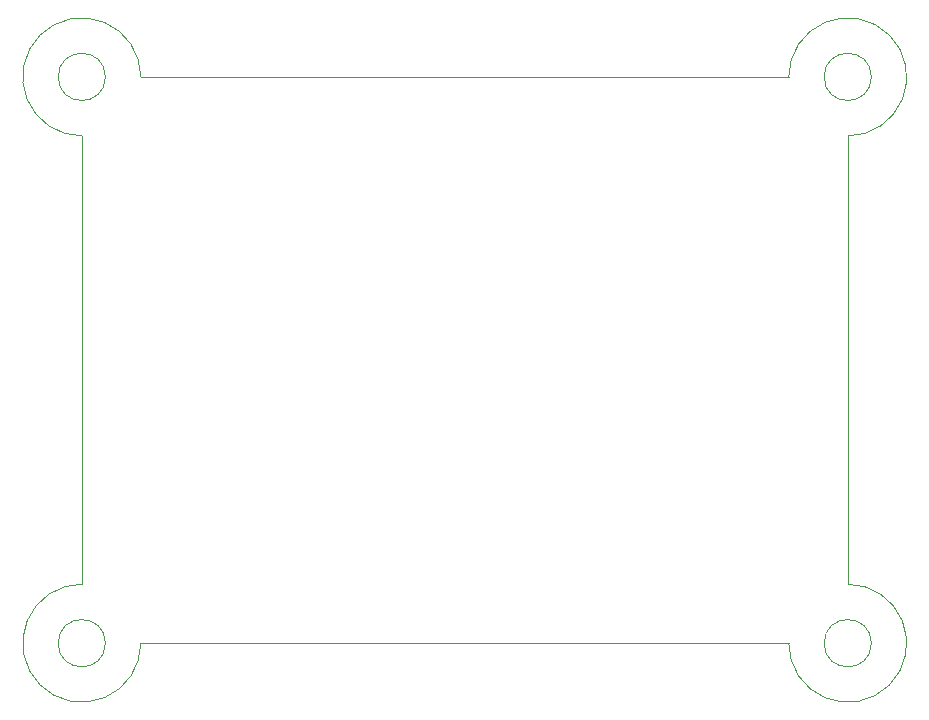
<source format=gbr>
%TF.GenerationSoftware,KiCad,Pcbnew,7.0.7*%
%TF.CreationDate,2023-10-05T10:10:36+02:00*%
%TF.ProjectId,Apollo - DSP,41706f6c-6c6f-4202-9d20-4453502e6b69,rev?*%
%TF.SameCoordinates,Original*%
%TF.FileFunction,Profile,NP*%
%FSLAX46Y46*%
G04 Gerber Fmt 4.6, Leading zero omitted, Abs format (unit mm)*
G04 Created by KiCad (PCBNEW 7.0.7) date 2023-10-05 10:10:36*
%MOMM*%
%LPD*%
G01*
G04 APERTURE LIST*
%TA.AperFunction,Profile*%
%ADD10C,0.100000*%
%TD*%
G04 APERTURE END LIST*
D10*
X166700000Y-61700000D02*
G75*
G03*
X166700000Y-61700000I-2000000J0D01*
G01*
X164700000Y-104650000D02*
X164700000Y-66700000D01*
X101850000Y-109650000D02*
G75*
G03*
X101850000Y-109650000I-2000000J0D01*
G01*
X99850000Y-104650000D02*
X99850000Y-66700000D01*
X101850000Y-61700000D02*
G75*
G03*
X101850000Y-61700000I-2000000J0D01*
G01*
X164700000Y-66700000D02*
G75*
G03*
X159700000Y-61700000I0J5000000D01*
G01*
X104850000Y-61700000D02*
G75*
G03*
X99850000Y-66700000I-5000000J0D01*
G01*
X99850000Y-104650000D02*
G75*
G03*
X104850000Y-109650000I0J-5000000D01*
G01*
X104850000Y-61700000D02*
X159700000Y-61700000D01*
X159700000Y-109650000D02*
G75*
G03*
X164700000Y-104650000I5000000J0D01*
G01*
X104850000Y-109650000D02*
X159700000Y-109650000D01*
X166700000Y-109650000D02*
G75*
G03*
X166700000Y-109650000I-2000000J0D01*
G01*
M02*

</source>
